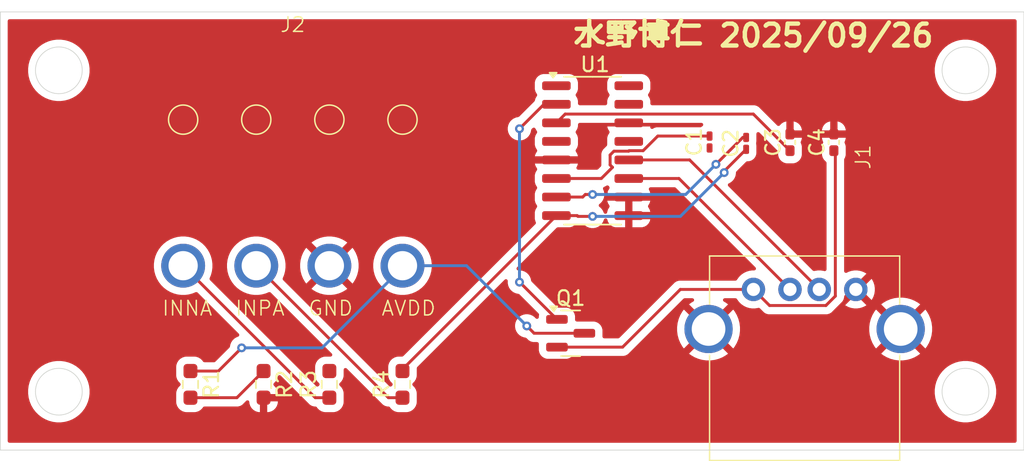
<source format=kicad_pcb>
(kicad_pcb (version 20241229) (generator "pcbnew") (generator_version "9.0")
  (layers (0 "F.Cu" signal) (2 "B.Cu" signal) (13 "F.Paste" user) (15 "B.Paste" user) (5 "F.SilkS" user "F.Silkscreen") (7 "B.SilkS" user "B.Silkscreen") (1 "F.Mask" user) (3 "B.Mask" user) (25 "Edge.Cuts" user))
  (net 0 "")
  (net 1 "Net-(U1-VBG)")
  (net 2 "GND")
  (net 3 "Net-(U1-INA+)")
  (net 4 "Net-(U1-INA-)")
  (net 5 "/AVDD")
  (net 6 "Net-(J1-VBUS)")
  (net 7 "Net-(J1-D+)")
  (net 8 "Net-(J1-D-)")
  (net 9 "/INPA")
  (net 10 "/INNA")
  (net 11 "Net-(Q1-B)")
  (net 12 "Net-(U1-VFB)")
  (footprint "Capacitor_SMD:C_0201_0603Metric_Pad0.64x0.40mm_HandSolder" (layer "F.Cu") (at 163 88 90)
    (property "Reference" "C2" (at 0 -1.05 90) (layer "F.SilkS"))
    (property "Value" "C")
    (pad "1" smd roundrect (at -0.4075 0 90) (size 0.635 0.4) (layers "F.Cu" "F.Mask") (net 3 "Net-(U1-INA+)"))
    (pad "2" smd roundrect (at 0.4075 0 90) (size 0.635 0.4) (layers "F.Cu" "F.Mask") (net 4 "Net-(U1-INA-)"))
  )
  (footprint "Resistor_SMD:R_0603_1608Metric_Pad0.98x0.95mm_HandSolder" (layer "F.Cu") (at 134.5 104.5 90)
    (property "Reference" "R3" (at 0 -1.43 90) (layer "F.SilkS"))
    (property "Value" "R")
    (fp_line (start -0.254724 -0.5225) (end 0.254724 -0.5225) (stroke (width 0.12)) (layer "F.SilkS"))
    (fp_line (start -0.254724 0.5225) (end 0.254724 0.5225) (stroke (width 0.12)) (layer "F.SilkS"))
    (pad "1" smd roundrect (at -0.9125 0 90) (size 0.975 0.95) (layers "F.Cu" "F.Mask" "F.Paste") (net 10 "/INNA"))
    (pad "2" smd roundrect (at 0.9125 0 90) (size 0.975 0.95) (layers "F.Cu" "F.Mask" "F.Paste") (net 4 "Net-(U1-INA-)"))
  )
  (footprint "TORICA_Hardwarelib:USB_A_4P_Female" (layer "F.Cu") (at 167 91.5)
    (property "Reference" "J1" (at 4 -2.5675 90) (layer "F.SilkS") (effects (font (thickness 0.1))))
    (property "Value" "USB_A")
    (fp_line (start -6.5 4.21) (end 6.5 4.21) (stroke (width 0.1)) (layer "F.SilkS"))
    (fp_line (start -6.5 7.5) (end -6.5 4.21) (stroke (width 0.1)) (layer "F.SilkS"))
    (fp_line (start -6.5 11) (end -6.5 18.21) (stroke (width 0.1)) (layer "F.SilkS"))
    (fp_line (start -6.5 18.21) (end 6.5 18.21) (stroke (width 0.1)) (layer "F.SilkS"))
    (fp_line (start 6.5 7.5) (end 6.5 4.21) (stroke (width 0.1)) (layer "F.SilkS"))
    (fp_line (start 6.5 18.21) (end 6.5 11) (stroke (width 0.1)) (layer "F.SilkS"))
    (pad "1" thru_hole circle (at -3.5 6.5) (size 1.6 1.6) (drill 0.9) (layers "*.Cu" "*.Mask") (net 6 "Net-(J1-VBUS)"))
    (pad "2" thru_hole circle (at -1 6.5) (size 1.6 1.6) (drill 0.9) (layers "*.Cu" "*.Mask") (net 8 "Net-(J1-D-)"))
    (pad "3" thru_hole circle (at 1 6.5) (size 1.6 1.6) (drill 0.9) (layers "*.Cu" "*.Mask") (net 7 "Net-(J1-D+)"))
    (pad "4" thru_hole circle (at 3.5 6.5) (size 1.6 1.6) (drill 0.9) (layers "*.Cu" "*.Mask") (net 2 "GND"))
    (pad "5" thru_hole circle (at -6.57 9.21 180) (size 3.3 3.3) (drill 2.3) (layers "*.Cu" "*.Mask") (net 2 "GND"))
    (pad "5" thru_hole circle (at 6.57 9.21 180) (size 3.3 3.3) (drill 2.3) (layers "*.Cu" "*.Mask") (net 2 "GND"))
  )
  (footprint "Resistor_SMD:R_0603_1608Metric_Pad0.98x0.95mm_HandSolder" (layer "F.Cu") (at 125 104.5 -90)
    (property "Reference" "R1" (at 0 -1.43 90) (layer "F.SilkS"))
    (property "Value" "R")
    (fp_line (start -0.254724 0.5225) (end 0.254724 0.5225) (stroke (width 0.12)) (layer "F.SilkS"))
    (fp_line (start -0.254724 -0.5225) (end 0.254724 -0.5225) (stroke (width 0.12)) (layer "F.SilkS"))
    (pad "1" smd roundrect (at -0.9125 0 270) (size 0.975 0.95) (layers "F.Cu" "F.Mask" "F.Paste") (net 5 "/AVDD"))
    (pad "2" smd roundrect (at 0.9125 0 270) (size 0.975 0.95) (layers "F.Cu" "F.Mask" "F.Paste") (net 12 "Net-(U1-VFB)"))
  )
  (footprint "Resistor_SMD:R_0603_1608Metric_Pad0.98x0.95mm_HandSolder" (layer "F.Cu") (at 130 104.5 -90)
    (property "Reference" "R2" (at 0 -1.43 90) (layer "F.SilkS"))
    (property "Value" "R")
    (fp_line (start -0.254724 0.5225) (end 0.254724 0.5225) (stroke (width 0.12)) (layer "F.SilkS"))
    (fp_line (start -0.254724 -0.5225) (end 0.254724 -0.5225) (stroke (width 0.12)) (layer "F.SilkS"))
    (pad "1" smd roundrect (at -0.9125 0 270) (size 0.975 0.95) (layers "F.Cu" "F.Mask" "F.Paste") (net 12 "Net-(U1-VFB)"))
    (pad "2" smd roundrect (at 0.9125 0 270) (size 0.975 0.95) (layers "F.Cu" "F.Mask" "F.Paste") (net 2 "GND"))
  )
  (footprint "Capacitor_SMD:C_0402_1005Metric_Pad0.74x0.62mm_HandSolder" (layer "F.Cu") (at 166 87.9325 90)
    (property "Reference" "C3" (at 0 -1.16 90) (layer "F.SilkS"))
    (property "Value" "C")
    (fp_line (start -0.115835 -0.36) (end 0.115835 -0.36) (stroke (width 0.12)) (layer "F.SilkS"))
    (fp_line (start -0.115835 0.36) (end 0.115835 0.36) (stroke (width 0.12)) (layer "F.SilkS"))
    (pad "1" smd roundrect (at -0.5675 0 90) (size 0.735 0.62) (layers "F.Cu" "F.Mask" "F.Paste") (net 5 "/AVDD"))
    (pad "2" smd roundrect (at 0.5675 0 90) (size 0.735 0.62) (layers "F.Cu" "F.Mask" "F.Paste") (net 2 "GND"))
  )
  (footprint "CN2_CN3:24bitADC_CN2_CN3" (layer "F.Cu") (at 132 80.375)
    (property "Reference" "J2" (at 0 -0.5 0) (layer "F.SilkS") (effects (font (thickness 0.1))))
    (property "Value" "Conn_01x04_Socket")
    (fp_circle (center -7.5 6) (end -7.5 7) (stroke (width 0.1)) (fill no) (layer "F.SilkS"))
    (fp_circle (center -2.5 6) (end -2.5 7) (stroke (width 0.1)) (fill no) (layer "F.SilkS"))
    (fp_circle (center 2.5 6) (end 3.5 6) (stroke (width 0.1)) (fill no) (layer "F.SilkS"))
    (fp_circle (center 7.5 6) (end 7.5 7) (stroke (width 0.1)) (fill no) (layer "F.SilkS"))
    (fp_text user "INPA" (at -4 19.5 0) (layer "F.SilkS") (effects (font (thickness 0.1)) (justify left bottom)))
    (fp_text user "INNA" (at -9 19.5 0) (layer "F.SilkS") (effects (font (thickness 0.1)) (justify left bottom)))
    (fp_text user "GND" (at 1 19.5 0) (layer "F.SilkS") (effects (font (thickness 0.1)) (justify left bottom)))
    (fp_text user "AVDD" (at 6 19.5 0) (layer "F.SilkS") (effects (font (thickness 0.1)) (justify left bottom)))
    (pad "1" thru_hole circle (at 7.5 16) (size 3 3) (drill 2) (layers "*.Cu" "*.Mask") (net 5 "/AVDD"))
    (pad "2" thru_hole circle (at 2.5 16) (size 3 3) (drill 2) (layers "*.Cu" "*.Mask") (net 2 "GND"))
    (pad "3" thru_hole circle (at -2.5 16) (size 3 3) (drill 2) (layers "*.Cu" "*.Mask") (net 9 "/INPA"))
    (pad "4" thru_hole circle (at -7.5 16) (size 3 3) (drill 2) (layers "*.Cu" "*.Mask") (net 10 "/INNA"))
  )
  (footprint "Capacitor_SMD:C_0201_0603Metric_Pad0.64x0.40mm_HandSolder" (layer "F.Cu") (at 160.5 87.9075 90)
    (property "Reference" "C1" (at 0 -1.05 90) (layer "F.SilkS"))
    (property "Value" "C")
    (pad "1" smd roundrect (at -0.4075 0 90) (size 0.635 0.4) (layers "F.Cu" "F.Mask") (net 2 "GND"))
    (pad "2" smd roundrect (at 0.4075 0 90) (size 0.635 0.4) (layers "F.Cu" "F.Mask") (net 1 "Net-(U1-VBG)"))
  )
  (footprint "Resistor_SMD:R_0603_1608Metric_Pad0.98x0.95mm_HandSolder" (layer "F.Cu") (at 139.5 104.5 90)
    (property "Reference" "R4" (at 0 -1.43 90) (layer "F.SilkS"))
    (property "Value" "R")
    (fp_line (start -0.254724 -0.5225) (end 0.254724 -0.5225) (stroke (width 0.12)) (layer "F.SilkS"))
    (fp_line (start -0.254724 0.5225) (end 0.254724 0.5225) (stroke (width 0.12)) (layer "F.SilkS"))
    (pad "1" smd roundrect (at -0.9125 0 90) (size 0.975 0.95) (layers "F.Cu" "F.Mask" "F.Paste") (net 9 "/INPA"))
    (pad "2" smd roundrect (at 0.9125 0 90) (size 0.975 0.95) (layers "F.Cu" "F.Mask" "F.Paste") (net 3 "Net-(U1-INA+)"))
  )
  (footprint "Capacitor_SMD:C_0402_1005Metric_Pad0.74x0.62mm_HandSolder" (layer "F.Cu") (at 169 87.9325 90)
    (property "Reference" "C4" (at 0 -1.16 90) (layer "F.SilkS"))
    (property "Value" "C")
    (fp_line (start -0.115835 -0.36) (end 0.115835 -0.36) (stroke (width 0.12)) (layer "F.SilkS"))
    (fp_line (start -0.115835 0.36) (end 0.115835 0.36) (stroke (width 0.12)) (layer "F.SilkS"))
    (pad "1" smd roundrect (at -0.5675 0 90) (size 0.735 0.62) (layers "F.Cu" "F.Mask" "F.Paste") (net 6 "Net-(J1-VBUS)"))
    (pad "2" smd roundrect (at 0.5675 0 90) (size 0.735 0.62) (layers "F.Cu" "F.Mask" "F.Paste") (net 2 "GND"))
  )
  (footprint "Package_TO_SOT_SMD:SOT-23" (layer "F.Cu") (at 151 101)
    (property "Reference" "Q1" (at 0 -2.4 0) (layer "F.SilkS"))
    (property "Value" "MMBT3906")
    (fp_line (start 0 -1.56) (end -0.65 -1.56) (stroke (width 0.12)) (layer "F.SilkS"))
    (fp_line (start 0 -1.56) (end 0.65 -1.56) (stroke (width 0.12)) (layer "F.SilkS"))
    (fp_line (start 0 1.56) (end -0.65 1.56) (stroke (width 0.12)) (layer "F.SilkS"))
    (fp_line (start 0 1.56) (end 0.65 1.56) (stroke (width 0.12)) (layer "F.SilkS"))
    (fp_poly (pts (xy -1.1625 -1.51) (xy -1.4025 -1.84) (xy -0.9225 -1.84)) (stroke (width 0.12)) (fill yes) (layer "F.SilkS"))
    (pad "1" smd roundrect (at -0.9375 -0.95) (size 1.475 0.6) (layers "F.Cu" "F.Mask" "F.Paste") (net 11 "Net-(Q1-B)"))
    (pad "2" smd roundrect (at -0.9375 0.95) (size 1.475 0.6) (layers "F.Cu" "F.Mask" "F.Paste") (net 6 "Net-(J1-VBUS)"))
    (pad "3" smd roundrect (at 0.9375 0) (size 1.475 0.6) (layers "F.Cu" "F.Mask" "F.Paste") (net 5 "/AVDD"))
  )
  (footprint "Package_SO:SOIC-16_3.9x9.9mm_P1.27mm" (layer "F.Cu") (at 152.5 88.5)
    (property "Reference" "U1" (at 0.1675 -5.9 0) (layer "F.SilkS"))
    (property "Value" "HX711")
    (fp_line (start 0 -5.06) (end -1.95 -5.06) (stroke (width 0.12)) (layer "F.SilkS"))
    (fp_line (start 0 -5.06) (end 1.95 -5.06) (stroke (width 0.12)) (layer "F.SilkS"))
    (fp_line (start 0 5.06) (end -1.95 5.06) (stroke (width 0.12)) (layer "F.SilkS"))
    (fp_line (start 0 5.06) (end 1.95 5.06) (stroke (width 0.12)) (layer "F.SilkS"))
    (fp_poly (pts (xy -2.7 -5.005) (xy -2.94 -5.335) (xy -2.46 -5.335)) (stroke (width 0.12)) (fill yes) (layer "F.SilkS"))
    (pad "1" smd roundrect (at -2.475 -4.445) (size 1.95 0.6) (layers "F.Cu" "F.Mask" "F.Paste") (net 6 "Net-(J1-VBUS)"))
    (pad "2" smd roundrect (at -2.475 -3.175) (size 1.95 0.6) (layers "F.Cu" "F.Mask" "F.Paste") (net 11 "Net-(Q1-B)"))
    (pad "3" smd roundrect (at -2.475 -1.905) (size 1.95 0.6) (layers "F.Cu" "F.Mask" "F.Paste") (net 5 "/AVDD"))
    (pad "4" smd roundrect (at -2.475 -0.635) (size 1.95 0.6) (layers "F.Cu" "F.Mask" "F.Paste") (net 12 "Net-(U1-VFB)"))
    (pad "5" smd roundrect (at -2.475 0.635) (size 1.95 0.6) (layers "F.Cu" "F.Mask" "F.Paste") (net 2 "GND"))
    (pad "6" smd roundrect (at -2.475 1.905) (size 1.95 0.6) (layers "F.Cu" "F.Mask" "F.Paste") (net 1 "Net-(U1-VBG)"))
    (pad "7" smd roundrect (at -2.475 3.175) (size 1.95 0.6) (layers "F.Cu" "F.Mask" "F.Paste") (net 4 "Net-(U1-INA-)"))
    (pad "8" smd roundrect (at -2.475 4.445) (size 1.95 0.6) (layers "F.Cu" "F.Mask" "F.Paste") (net 3 "Net-(U1-INA+)"))
    (pad "9" smd roundrect (at 2.475 4.445) (size 1.95 0.6) (layers "F.Cu" "F.Mask" "F.Paste") (net 2 "GND"))
    (pad "10" smd roundrect (at 2.475 3.175) (size 1.95 0.6) (layers "F.Cu" "F.Mask" "F.Paste") (net 2 "GND"))
    (pad "11" smd roundrect (at 2.475 1.905) (size 1.95 0.6) (layers "F.Cu" "F.Mask" "F.Paste") (net 8 "Net-(J1-D-)"))
    (pad "12" smd roundrect (at 2.475 0.635) (size 1.95 0.6) (layers "F.Cu" "F.Mask" "F.Paste") (net 7 "Net-(J1-D+)"))
    (pad "13" smd roundrect (at 2.475 -0.635) (size 1.95 0.6) (layers "F.Cu" "F.Mask" "F.Paste"))
    (pad "14" smd roundrect (at 2.475 -1.905) (size 1.95 0.6) (layers "F.Cu" "F.Mask" "F.Paste") (net 2 "GND"))
    (pad "15" smd roundrect (at 2.475 -3.175) (size 1.95 0.6) (layers "F.Cu" "F.Mask" "F.Paste") (net 6 "Net-(J1-VBUS)"))
    (pad "16" smd roundrect (at 2.475 -4.445) (size 1.95 0.6) (layers "F.Cu" "F.Mask" "F.Paste") (net 6 "Net-(J1-VBUS)"))
  )
  (gr_circle (center 116 83) (end 117.6 83) (stroke (width 0.05)) (fill no) (layer "Edge.Cuts"))
  (gr_circle (center 178 105) (end 179.6 105) (stroke (width 0.05)) (fill no) (layer "Edge.Cuts"))
  (gr_rect (start 112 79) (end 182 109) (stroke (width 0.05)) (fill no) (layer "Edge.Cuts"))
  (gr_circle (center 116 105) (end 117.6 105) (stroke (width 0.05)) (fill no) (layer "Edge.Cuts"))
  (gr_circle (center 178 83) (end 179.6 83) (stroke (width 0.05)) (fill no) (layer "Edge.Cuts"))
  (gr_text "\n水野博仁 2025/09/26" (at 151 81.5 0) (layer "F.SilkS") (effects (font (size 1.5 1.5) (thickness 0.3) (bold yes)) (justify left bottom)))
  (segment (start 153.959032 88.534) (end 153.699 88.794032) (width 0.2) (layer "F.Cu") (net 1))
  (segment (start 154.966 88.534) (end 153.959032 88.534) (width 0.2) (layer "F.Cu") (net 1))
  (segment (start 155 88.5) (end 154.966 88.534) (width 0.2) (layer "F.Cu") (net 1))
  (segment (start 156.956968 87.5) (end 155.956968 88.5) (width 0.2) (layer "F.Cu") (net 1))
  (segment (start 153.699 88.794032) (end 153.699 89.475968) (width 0.2) (layer "F.Cu") (net 1))
  (segment (start 153.861516 89.638484) (end 153.095 90.405) (width 0.2) (layer "F.Cu") (net 1))
  (segment (start 155.956968 88.5) (end 155 88.5) (width 0.2) (layer "F.Cu") (net 1))
  (segment (start 160.5 87.5) (end 156.956968 87.5) (width 0.2) (layer "F.Cu") (net 1))
  (segment (start 153.699 89.475968) (end 153.861516 89.638484) (width 0.2) (layer "F.Cu") (net 1))
  (segment (start 153.095 90.405) (end 150.025 90.405) (width 0.2) (layer "F.Cu") (net 1))
  (segment (start 151.445 92.945) (end 150.025 92.945) (width 0.2) (layer "F.Cu") (net 3))
  (segment (start 161.5 89.9075) (end 161.5 90) (width 0.2) (layer "F.Cu") (net 3))
  (segment (start 151.5 93) (end 151.445 92.945) (width 0.2) (layer "F.Cu") (net 3))
  (segment (start 163 88.4075) (end 161.5 89.9075) (width 0.2) (layer "F.Cu") (net 3))
  (segment (start 152.5 93) (end 151.5 93) (width 0.2) (layer "F.Cu") (net 3))
  (segment (start 139.5 103.47) (end 150.025 92.945) (width 0.2) (layer "F.Cu") (net 3))
  (segment (start 139.5 103.5875) (end 139.5 103.47) (width 0.2) (layer "F.Cu") (net 3))
  (via (at 161.5 90) (size 0.6) (drill 0.3) (layers "F.Cu" "B.Cu") (net 3))
  (via (at 152.5 93) (size 0.6) (drill 0.3) (layers "F.Cu" "B.Cu") (net 3))
  (segment (start 158.5 93) (end 152.5 93) (width 0.2) (layer "B.Cu") (net 3))
  (segment (start 161.5 90) (end 158.5 93) (width 0.2) (layer "B.Cu") (net 3))
  (segment (start 162.776126 87.5925) (end 160.934313 89.434313) (width 0.2) (layer "F.Cu") (net 4))
  (segment (start 163 87.5925) (end 162.776126 87.5925) (width 0.2) (layer "F.Cu") (net 4))
  (segment (start 152 91.5) (end 151.825 91.675) (width 0.2) (layer "F.Cu") (net 4))
  (segment (start 151.825 91.675) (end 150.025 91.675) (width 0.2) (layer "F.Cu") (net 4))
  (segment (start 152.5 91.5) (end 152 91.5) (width 0.2) (layer "F.Cu") (net 4))
  (via (at 152.5 91.5) (size 0.6) (drill 0.3) (layers "F.Cu" "B.Cu") (net 4))
  (via (at 160.934313 89.434313) (size 0.6) (drill 0.3) (layers "F.Cu" "B.Cu") (net 4))
  (segment (start 160.934313 89.434313) (end 158.868626 91.5) (width 0.2) (layer "B.Cu") (net 4))
  (segment (start 158.868626 91.5) (end 152.5 91.5) (width 0.2) (layer "B.Cu") (net 4))
  (segment (start 166 88.5) (end 163.494 85.994) (width 0.2) (layer "F.Cu") (net 5))
  (segment (start 148 100.5) (end 148.5 101) (width 0.2) (layer "F.Cu") (net 5))
  (segment (start 126.9125 103.5875) (end 128.5 102) (width 0.2) (layer "F.Cu") (net 5))
  (segment (start 150.626 85.994) (end 150.025 86.595) (width 0.2) (layer "F.Cu") (net 5))
  (segment (start 148.5 101) (end 151.9375 101) (width 0.2) (layer "F.Cu") (net 5))
  (segment (start 163.494 85.994) (end 150.626 85.994) (width 0.2) (layer "F.Cu") (net 5))
  (segment (start 125 103.5875) (end 126.9125 103.5875) (width 0.2) (layer "F.Cu") (net 5))
  (via (at 128.5 102) (size 0.6) (drill 0.3) (layers "F.Cu" "B.Cu") (net 5))
  (via (at 148 100.5) (size 0.6) (drill 0.3) (layers "F.Cu" "B.Cu") (net 5))
  (segment (start 143.875 96.375) (end 148 100.5) (width 0.2) (layer "B.Cu") (net 5))
  (segment (start 128.5 102) (end 134 102) (width 0.2) (layer "B.Cu") (net 5))
  (segment (start 134 102) (end 139.5 96.5) (width 0.2) (layer "B.Cu") (net 5))
  (segment (start 139.5 96.5) (end 139.5 96.375) (width 0.2) (layer "B.Cu") (net 5))
  (segment (start 139.5 96.375) (end 143.875 96.375) (width 0.2) (layer "B.Cu") (net 5))
  (segment (start 169 88.5) (end 169.101 88.601) (width 0.2) (layer "F.Cu") (net 6))
  (segment (start 150.0625 101.95) (end 154.55 101.95) (width 0.2) (layer "F.Cu") (net 6))
  (segment (start 169.101 98.45605) (end 168.45605 99.101) (width 0.2) (layer "F.Cu") (net 6))
  (segment (start 154.55 101.95) (end 158.5 98) (width 0.2) (layer "F.Cu") (net 6))
  (segment (start 158.5 98) (end 163.5 98) (width 0.2) (layer "F.Cu") (net 6))
  (segment (start 164.601 99.101) (end 163.5 98) (width 0.2) (layer "F.Cu") (net 6))
  (segment (start 169.101 88.601) (end 169.101 98.45605) (width 0.2) (layer "F.Cu") (net 6))
  (segment (start 168.45605 99.101) (end 164.601 99.101) (width 0.2) (layer "F.Cu") (net 6))
  (segment (start 159.135 89.135) (end 154.975 89.135) (width 0.2) (layer "F.Cu") (net 7))
  (segment (start 168 98) (end 159.135 89.135) (width 0.2) (layer "F.Cu") (net 7))
  (segment (start 158.405 90.405) (end 154.975 90.405) (width 0.2) (layer "F.Cu") (net 8))
  (segment (start 166 98) (end 158.405 90.405) (width 0.2) (layer "F.Cu") (net 8))
  (segment (start 138.5375 105.4125) (end 139.5 105.4125) (width 0.2) (layer "F.Cu") (net 9))
  (segment (start 129.5 96.375) (end 138.5375 105.4125) (width 0.2) (layer "F.Cu") (net 9))
  (segment (start 133.5375 105.4125) (end 134.5 105.4125) (width 0.2) (layer "F.Cu") (net 10))
  (segment (start 124.5 96.375) (end 133.5375 105.4125) (width 0.2) (layer "F.Cu") (net 10))
  (segment (start 150.0625 100.05) (end 147.5125 97.5) (width 0.2) (layer "F.Cu") (net 11))
  (segment (start 147.5 87) (end 149.175 85.325) (width 0.2) (layer "F.Cu") (net 11))
  (segment (start 147.5125 97.5) (end 147.5 97.5) (width 0.2) (layer "F.Cu") (net 11))
  (segment (start 149.175 85.325) (end 150.025 85.325) (width 0.2) (layer "F.Cu") (net 11))
  (via (at 147.5 97.5) (size 0.6) (drill 0.3) (layers "F.Cu" "B.Cu") (net 11))
  (via (at 147.5 87) (size 0.6) (drill 0.3) (layers "F.Cu" "B.Cu") (net 11))
  (segment (start 147.5 97.5) (end 147.5 87) (width 0.2) (layer "B.Cu") (net 11))
  (segment (start 128.175 105.4125) (end 130 103.5875) (width 0.2) (layer "F.Cu") (net 12))
  (segment (start 125 105.4125) (end 128.175 105.4125) (width 0.2) (layer "F.Cu") (net 12))
  (zone (net 2) (net_name "GND") (layer "F.Cu") (connect_pads (clearance 0.5)) (min_thickness 0.25) (fill yes (thermal_gap 0.5) (thermal_bridge_width 0.5))
    (polygon (pts (xy 112 79) (xy 182 79) (xy 182 109) (xy 112 109)))
  )
)
</source>
